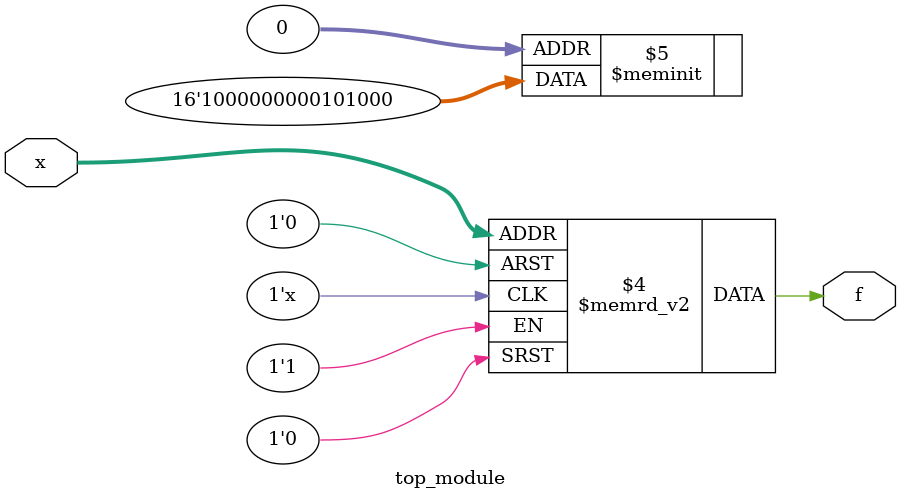
<source format=sv>
module top_module (
    input [4:1] x,
    output logic f
);

always_comb begin
    case ({x[4], x[3], x[2], x[1]})
        4'b0000, 4'b0010, 4'b1100, 4'b1110: f = 1'b0; // d, 0, d, d
        4'b0011: f = 1'b1; // 1
        4'b0101, 4'b1111: f = 1'b1; // d, 1
        4'b1001: f = 1'b0; // 0
        default: f = 1'b0; // Don't care, choose 0
    endcase
end

endmodule

</source>
